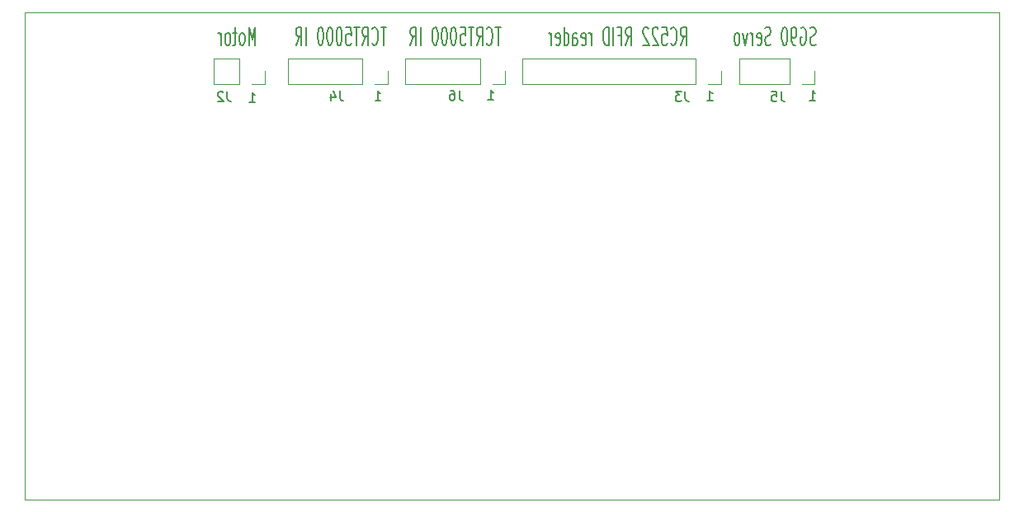
<source format=gbo>
%TF.GenerationSoftware,KiCad,Pcbnew,(5.1.2)-1*%
%TF.CreationDate,2019-07-30T19:12:15+02:00*%
%TF.ProjectId,F_rderband,46f67264-6572-4626-916e-642e6b696361,rev?*%
%TF.SameCoordinates,Original*%
%TF.FileFunction,Legend,Bot*%
%TF.FilePolarity,Positive*%
%FSLAX46Y46*%
G04 Gerber Fmt 4.6, Leading zero omitted, Abs format (unit mm)*
G04 Created by KiCad (PCBNEW (5.1.2)-1) date 2019-07-30 19:12:15*
%MOMM*%
%LPD*%
G04 APERTURE LIST*
%ADD10C,0.150000*%
%ADD11C,0.200000*%
%ADD12C,0.050000*%
%ADD13C,0.120000*%
G04 APERTURE END LIST*
D10*
X113064285Y-99182380D02*
X113635714Y-99182380D01*
X113350000Y-99182380D02*
X113350000Y-98182380D01*
X113445238Y-98325238D01*
X113540476Y-98420476D01*
X113635714Y-98468095D01*
X125954285Y-99022380D02*
X126525714Y-99022380D01*
X126240000Y-99022380D02*
X126240000Y-98022380D01*
X126335238Y-98165238D01*
X126430476Y-98260476D01*
X126525714Y-98308095D01*
X137534285Y-98952380D02*
X138105714Y-98952380D01*
X137820000Y-98952380D02*
X137820000Y-97952380D01*
X137915238Y-98095238D01*
X138010476Y-98190476D01*
X138105714Y-98238095D01*
X160024285Y-99022380D02*
X160595714Y-99022380D01*
X160310000Y-99022380D02*
X160310000Y-98022380D01*
X160405238Y-98165238D01*
X160500476Y-98260476D01*
X160595714Y-98308095D01*
X170554285Y-98992380D02*
X171125714Y-98992380D01*
X170840000Y-98992380D02*
X170840000Y-97992380D01*
X170935238Y-98135238D01*
X171030476Y-98230476D01*
X171125714Y-98278095D01*
D11*
X171166666Y-93228571D02*
X171023809Y-93314285D01*
X170785714Y-93314285D01*
X170690476Y-93228571D01*
X170642857Y-93142857D01*
X170595238Y-92971428D01*
X170595238Y-92800000D01*
X170642857Y-92628571D01*
X170690476Y-92542857D01*
X170785714Y-92457142D01*
X170976190Y-92371428D01*
X171071428Y-92285714D01*
X171119047Y-92200000D01*
X171166666Y-92028571D01*
X171166666Y-91857142D01*
X171119047Y-91685714D01*
X171071428Y-91600000D01*
X170976190Y-91514285D01*
X170738095Y-91514285D01*
X170595238Y-91600000D01*
X169642857Y-91600000D02*
X169738095Y-91514285D01*
X169880952Y-91514285D01*
X170023809Y-91600000D01*
X170119047Y-91771428D01*
X170166666Y-91942857D01*
X170214285Y-92285714D01*
X170214285Y-92542857D01*
X170166666Y-92885714D01*
X170119047Y-93057142D01*
X170023809Y-93228571D01*
X169880952Y-93314285D01*
X169785714Y-93314285D01*
X169642857Y-93228571D01*
X169595238Y-93142857D01*
X169595238Y-92542857D01*
X169785714Y-92542857D01*
X169119047Y-93314285D02*
X168928571Y-93314285D01*
X168833333Y-93228571D01*
X168785714Y-93142857D01*
X168690476Y-92885714D01*
X168642857Y-92542857D01*
X168642857Y-91857142D01*
X168690476Y-91685714D01*
X168738095Y-91600000D01*
X168833333Y-91514285D01*
X169023809Y-91514285D01*
X169119047Y-91600000D01*
X169166666Y-91685714D01*
X169214285Y-91857142D01*
X169214285Y-92285714D01*
X169166666Y-92457142D01*
X169119047Y-92542857D01*
X169023809Y-92628571D01*
X168833333Y-92628571D01*
X168738095Y-92542857D01*
X168690476Y-92457142D01*
X168642857Y-92285714D01*
X168023809Y-91514285D02*
X167928571Y-91514285D01*
X167833333Y-91600000D01*
X167785714Y-91685714D01*
X167738095Y-91857142D01*
X167690476Y-92200000D01*
X167690476Y-92628571D01*
X167738095Y-92971428D01*
X167785714Y-93142857D01*
X167833333Y-93228571D01*
X167928571Y-93314285D01*
X168023809Y-93314285D01*
X168119047Y-93228571D01*
X168166666Y-93142857D01*
X168214285Y-92971428D01*
X168261904Y-92628571D01*
X168261904Y-92200000D01*
X168214285Y-91857142D01*
X168166666Y-91685714D01*
X168119047Y-91600000D01*
X168023809Y-91514285D01*
X166547619Y-93228571D02*
X166404761Y-93314285D01*
X166166666Y-93314285D01*
X166071428Y-93228571D01*
X166023809Y-93142857D01*
X165976190Y-92971428D01*
X165976190Y-92800000D01*
X166023809Y-92628571D01*
X166071428Y-92542857D01*
X166166666Y-92457142D01*
X166357142Y-92371428D01*
X166452380Y-92285714D01*
X166500000Y-92200000D01*
X166547619Y-92028571D01*
X166547619Y-91857142D01*
X166500000Y-91685714D01*
X166452380Y-91600000D01*
X166357142Y-91514285D01*
X166119047Y-91514285D01*
X165976190Y-91600000D01*
X165166666Y-93228571D02*
X165261904Y-93314285D01*
X165452380Y-93314285D01*
X165547619Y-93228571D01*
X165595238Y-93057142D01*
X165595238Y-92371428D01*
X165547619Y-92200000D01*
X165452380Y-92114285D01*
X165261904Y-92114285D01*
X165166666Y-92200000D01*
X165119047Y-92371428D01*
X165119047Y-92542857D01*
X165595238Y-92714285D01*
X164690476Y-93314285D02*
X164690476Y-92114285D01*
X164690476Y-92457142D02*
X164642857Y-92285714D01*
X164595238Y-92200000D01*
X164500000Y-92114285D01*
X164404761Y-92114285D01*
X164166666Y-92114285D02*
X163928571Y-93314285D01*
X163690476Y-92114285D01*
X163166666Y-93314285D02*
X163261904Y-93228571D01*
X163309523Y-93142857D01*
X163357142Y-92971428D01*
X163357142Y-92457142D01*
X163309523Y-92285714D01*
X163261904Y-92200000D01*
X163166666Y-92114285D01*
X163023809Y-92114285D01*
X162928571Y-92200000D01*
X162880952Y-92285714D01*
X162833333Y-92457142D01*
X162833333Y-92971428D01*
X162880952Y-93142857D01*
X162928571Y-93228571D01*
X163023809Y-93314285D01*
X163166666Y-93314285D01*
X157308571Y-93314285D02*
X157641904Y-92457142D01*
X157880000Y-93314285D02*
X157880000Y-91514285D01*
X157499047Y-91514285D01*
X157403809Y-91600000D01*
X157356190Y-91685714D01*
X157308571Y-91857142D01*
X157308571Y-92114285D01*
X157356190Y-92285714D01*
X157403809Y-92371428D01*
X157499047Y-92457142D01*
X157880000Y-92457142D01*
X156308571Y-93142857D02*
X156356190Y-93228571D01*
X156499047Y-93314285D01*
X156594285Y-93314285D01*
X156737142Y-93228571D01*
X156832380Y-93057142D01*
X156880000Y-92885714D01*
X156927619Y-92542857D01*
X156927619Y-92285714D01*
X156880000Y-91942857D01*
X156832380Y-91771428D01*
X156737142Y-91600000D01*
X156594285Y-91514285D01*
X156499047Y-91514285D01*
X156356190Y-91600000D01*
X156308571Y-91685714D01*
X155403809Y-91514285D02*
X155880000Y-91514285D01*
X155927619Y-92371428D01*
X155880000Y-92285714D01*
X155784761Y-92200000D01*
X155546666Y-92200000D01*
X155451428Y-92285714D01*
X155403809Y-92371428D01*
X155356190Y-92542857D01*
X155356190Y-92971428D01*
X155403809Y-93142857D01*
X155451428Y-93228571D01*
X155546666Y-93314285D01*
X155784761Y-93314285D01*
X155880000Y-93228571D01*
X155927619Y-93142857D01*
X154975238Y-91685714D02*
X154927619Y-91600000D01*
X154832380Y-91514285D01*
X154594285Y-91514285D01*
X154499047Y-91600000D01*
X154451428Y-91685714D01*
X154403809Y-91857142D01*
X154403809Y-92028571D01*
X154451428Y-92285714D01*
X155022857Y-93314285D01*
X154403809Y-93314285D01*
X154022857Y-91685714D02*
X153975238Y-91600000D01*
X153880000Y-91514285D01*
X153641904Y-91514285D01*
X153546666Y-91600000D01*
X153499047Y-91685714D01*
X153451428Y-91857142D01*
X153451428Y-92028571D01*
X153499047Y-92285714D01*
X154070476Y-93314285D01*
X153451428Y-93314285D01*
X151689523Y-93314285D02*
X152022857Y-92457142D01*
X152260952Y-93314285D02*
X152260952Y-91514285D01*
X151880000Y-91514285D01*
X151784761Y-91600000D01*
X151737142Y-91685714D01*
X151689523Y-91857142D01*
X151689523Y-92114285D01*
X151737142Y-92285714D01*
X151784761Y-92371428D01*
X151880000Y-92457142D01*
X152260952Y-92457142D01*
X150927619Y-92371428D02*
X151260952Y-92371428D01*
X151260952Y-93314285D02*
X151260952Y-91514285D01*
X150784761Y-91514285D01*
X150403809Y-93314285D02*
X150403809Y-91514285D01*
X149927619Y-93314285D02*
X149927619Y-91514285D01*
X149689523Y-91514285D01*
X149546666Y-91600000D01*
X149451428Y-91771428D01*
X149403809Y-91942857D01*
X149356190Y-92285714D01*
X149356190Y-92542857D01*
X149403809Y-92885714D01*
X149451428Y-93057142D01*
X149546666Y-93228571D01*
X149689523Y-93314285D01*
X149927619Y-93314285D01*
X148165714Y-93314285D02*
X148165714Y-92114285D01*
X148165714Y-92457142D02*
X148118095Y-92285714D01*
X148070476Y-92200000D01*
X147975238Y-92114285D01*
X147880000Y-92114285D01*
X147165714Y-93228571D02*
X147260952Y-93314285D01*
X147451428Y-93314285D01*
X147546666Y-93228571D01*
X147594285Y-93057142D01*
X147594285Y-92371428D01*
X147546666Y-92200000D01*
X147451428Y-92114285D01*
X147260952Y-92114285D01*
X147165714Y-92200000D01*
X147118095Y-92371428D01*
X147118095Y-92542857D01*
X147594285Y-92714285D01*
X146260952Y-93314285D02*
X146260952Y-92371428D01*
X146308571Y-92200000D01*
X146403809Y-92114285D01*
X146594285Y-92114285D01*
X146689523Y-92200000D01*
X146260952Y-93228571D02*
X146356190Y-93314285D01*
X146594285Y-93314285D01*
X146689523Y-93228571D01*
X146737142Y-93057142D01*
X146737142Y-92885714D01*
X146689523Y-92714285D01*
X146594285Y-92628571D01*
X146356190Y-92628571D01*
X146260952Y-92542857D01*
X145356190Y-93314285D02*
X145356190Y-91514285D01*
X145356190Y-93228571D02*
X145451428Y-93314285D01*
X145641904Y-93314285D01*
X145737142Y-93228571D01*
X145784761Y-93142857D01*
X145832380Y-92971428D01*
X145832380Y-92457142D01*
X145784761Y-92285714D01*
X145737142Y-92200000D01*
X145641904Y-92114285D01*
X145451428Y-92114285D01*
X145356190Y-92200000D01*
X144499047Y-93228571D02*
X144594285Y-93314285D01*
X144784761Y-93314285D01*
X144880000Y-93228571D01*
X144927619Y-93057142D01*
X144927619Y-92371428D01*
X144880000Y-92200000D01*
X144784761Y-92114285D01*
X144594285Y-92114285D01*
X144499047Y-92200000D01*
X144451428Y-92371428D01*
X144451428Y-92542857D01*
X144927619Y-92714285D01*
X144022857Y-93314285D02*
X144022857Y-92114285D01*
X144022857Y-92457142D02*
X143975238Y-92285714D01*
X143927619Y-92200000D01*
X143832380Y-92114285D01*
X143737142Y-92114285D01*
X138870476Y-91514285D02*
X138299047Y-91514285D01*
X138584761Y-93314285D02*
X138584761Y-91514285D01*
X137394285Y-93142857D02*
X137441904Y-93228571D01*
X137584761Y-93314285D01*
X137680000Y-93314285D01*
X137822857Y-93228571D01*
X137918095Y-93057142D01*
X137965714Y-92885714D01*
X138013333Y-92542857D01*
X138013333Y-92285714D01*
X137965714Y-91942857D01*
X137918095Y-91771428D01*
X137822857Y-91600000D01*
X137680000Y-91514285D01*
X137584761Y-91514285D01*
X137441904Y-91600000D01*
X137394285Y-91685714D01*
X136394285Y-93314285D02*
X136727619Y-92457142D01*
X136965714Y-93314285D02*
X136965714Y-91514285D01*
X136584761Y-91514285D01*
X136489523Y-91600000D01*
X136441904Y-91685714D01*
X136394285Y-91857142D01*
X136394285Y-92114285D01*
X136441904Y-92285714D01*
X136489523Y-92371428D01*
X136584761Y-92457142D01*
X136965714Y-92457142D01*
X136108571Y-91514285D02*
X135537142Y-91514285D01*
X135822857Y-93314285D02*
X135822857Y-91514285D01*
X134727619Y-91514285D02*
X135203809Y-91514285D01*
X135251428Y-92371428D01*
X135203809Y-92285714D01*
X135108571Y-92200000D01*
X134870476Y-92200000D01*
X134775238Y-92285714D01*
X134727619Y-92371428D01*
X134680000Y-92542857D01*
X134680000Y-92971428D01*
X134727619Y-93142857D01*
X134775238Y-93228571D01*
X134870476Y-93314285D01*
X135108571Y-93314285D01*
X135203809Y-93228571D01*
X135251428Y-93142857D01*
X134060952Y-91514285D02*
X133965714Y-91514285D01*
X133870476Y-91600000D01*
X133822857Y-91685714D01*
X133775238Y-91857142D01*
X133727619Y-92200000D01*
X133727619Y-92628571D01*
X133775238Y-92971428D01*
X133822857Y-93142857D01*
X133870476Y-93228571D01*
X133965714Y-93314285D01*
X134060952Y-93314285D01*
X134156190Y-93228571D01*
X134203809Y-93142857D01*
X134251428Y-92971428D01*
X134299047Y-92628571D01*
X134299047Y-92200000D01*
X134251428Y-91857142D01*
X134203809Y-91685714D01*
X134156190Y-91600000D01*
X134060952Y-91514285D01*
X133108571Y-91514285D02*
X133013333Y-91514285D01*
X132918095Y-91600000D01*
X132870476Y-91685714D01*
X132822857Y-91857142D01*
X132775238Y-92200000D01*
X132775238Y-92628571D01*
X132822857Y-92971428D01*
X132870476Y-93142857D01*
X132918095Y-93228571D01*
X133013333Y-93314285D01*
X133108571Y-93314285D01*
X133203809Y-93228571D01*
X133251428Y-93142857D01*
X133299047Y-92971428D01*
X133346666Y-92628571D01*
X133346666Y-92200000D01*
X133299047Y-91857142D01*
X133251428Y-91685714D01*
X133203809Y-91600000D01*
X133108571Y-91514285D01*
X132156190Y-91514285D02*
X132060952Y-91514285D01*
X131965714Y-91600000D01*
X131918095Y-91685714D01*
X131870476Y-91857142D01*
X131822857Y-92200000D01*
X131822857Y-92628571D01*
X131870476Y-92971428D01*
X131918095Y-93142857D01*
X131965714Y-93228571D01*
X132060952Y-93314285D01*
X132156190Y-93314285D01*
X132251428Y-93228571D01*
X132299047Y-93142857D01*
X132346666Y-92971428D01*
X132394285Y-92628571D01*
X132394285Y-92200000D01*
X132346666Y-91857142D01*
X132299047Y-91685714D01*
X132251428Y-91600000D01*
X132156190Y-91514285D01*
X130632380Y-93314285D02*
X130632380Y-91514285D01*
X129584761Y-93314285D02*
X129918095Y-92457142D01*
X130156190Y-93314285D02*
X130156190Y-91514285D01*
X129775238Y-91514285D01*
X129680000Y-91600000D01*
X129632380Y-91685714D01*
X129584761Y-91857142D01*
X129584761Y-92114285D01*
X129632380Y-92285714D01*
X129680000Y-92371428D01*
X129775238Y-92457142D01*
X130156190Y-92457142D01*
X127130476Y-91514285D02*
X126559047Y-91514285D01*
X126844761Y-93314285D02*
X126844761Y-91514285D01*
X125654285Y-93142857D02*
X125701904Y-93228571D01*
X125844761Y-93314285D01*
X125940000Y-93314285D01*
X126082857Y-93228571D01*
X126178095Y-93057142D01*
X126225714Y-92885714D01*
X126273333Y-92542857D01*
X126273333Y-92285714D01*
X126225714Y-91942857D01*
X126178095Y-91771428D01*
X126082857Y-91600000D01*
X125940000Y-91514285D01*
X125844761Y-91514285D01*
X125701904Y-91600000D01*
X125654285Y-91685714D01*
X124654285Y-93314285D02*
X124987619Y-92457142D01*
X125225714Y-93314285D02*
X125225714Y-91514285D01*
X124844761Y-91514285D01*
X124749523Y-91600000D01*
X124701904Y-91685714D01*
X124654285Y-91857142D01*
X124654285Y-92114285D01*
X124701904Y-92285714D01*
X124749523Y-92371428D01*
X124844761Y-92457142D01*
X125225714Y-92457142D01*
X124368571Y-91514285D02*
X123797142Y-91514285D01*
X124082857Y-93314285D02*
X124082857Y-91514285D01*
X122987619Y-91514285D02*
X123463809Y-91514285D01*
X123511428Y-92371428D01*
X123463809Y-92285714D01*
X123368571Y-92200000D01*
X123130476Y-92200000D01*
X123035238Y-92285714D01*
X122987619Y-92371428D01*
X122940000Y-92542857D01*
X122940000Y-92971428D01*
X122987619Y-93142857D01*
X123035238Y-93228571D01*
X123130476Y-93314285D01*
X123368571Y-93314285D01*
X123463809Y-93228571D01*
X123511428Y-93142857D01*
X122320952Y-91514285D02*
X122225714Y-91514285D01*
X122130476Y-91600000D01*
X122082857Y-91685714D01*
X122035238Y-91857142D01*
X121987619Y-92200000D01*
X121987619Y-92628571D01*
X122035238Y-92971428D01*
X122082857Y-93142857D01*
X122130476Y-93228571D01*
X122225714Y-93314285D01*
X122320952Y-93314285D01*
X122416190Y-93228571D01*
X122463809Y-93142857D01*
X122511428Y-92971428D01*
X122559047Y-92628571D01*
X122559047Y-92200000D01*
X122511428Y-91857142D01*
X122463809Y-91685714D01*
X122416190Y-91600000D01*
X122320952Y-91514285D01*
X121368571Y-91514285D02*
X121273333Y-91514285D01*
X121178095Y-91600000D01*
X121130476Y-91685714D01*
X121082857Y-91857142D01*
X121035238Y-92200000D01*
X121035238Y-92628571D01*
X121082857Y-92971428D01*
X121130476Y-93142857D01*
X121178095Y-93228571D01*
X121273333Y-93314285D01*
X121368571Y-93314285D01*
X121463809Y-93228571D01*
X121511428Y-93142857D01*
X121559047Y-92971428D01*
X121606666Y-92628571D01*
X121606666Y-92200000D01*
X121559047Y-91857142D01*
X121511428Y-91685714D01*
X121463809Y-91600000D01*
X121368571Y-91514285D01*
X120416190Y-91514285D02*
X120320952Y-91514285D01*
X120225714Y-91600000D01*
X120178095Y-91685714D01*
X120130476Y-91857142D01*
X120082857Y-92200000D01*
X120082857Y-92628571D01*
X120130476Y-92971428D01*
X120178095Y-93142857D01*
X120225714Y-93228571D01*
X120320952Y-93314285D01*
X120416190Y-93314285D01*
X120511428Y-93228571D01*
X120559047Y-93142857D01*
X120606666Y-92971428D01*
X120654285Y-92628571D01*
X120654285Y-92200000D01*
X120606666Y-91857142D01*
X120559047Y-91685714D01*
X120511428Y-91600000D01*
X120416190Y-91514285D01*
X118892380Y-93314285D02*
X118892380Y-91514285D01*
X117844761Y-93314285D02*
X118178095Y-92457142D01*
X118416190Y-93314285D02*
X118416190Y-91514285D01*
X118035238Y-91514285D01*
X117940000Y-91600000D01*
X117892380Y-91685714D01*
X117844761Y-91857142D01*
X117844761Y-92114285D01*
X117892380Y-92285714D01*
X117940000Y-92371428D01*
X118035238Y-92457142D01*
X118416190Y-92457142D01*
X113673333Y-93314285D02*
X113673333Y-91514285D01*
X113340000Y-92800000D01*
X113006666Y-91514285D01*
X113006666Y-93314285D01*
X112387619Y-93314285D02*
X112482857Y-93228571D01*
X112530476Y-93142857D01*
X112578095Y-92971428D01*
X112578095Y-92457142D01*
X112530476Y-92285714D01*
X112482857Y-92200000D01*
X112387619Y-92114285D01*
X112244761Y-92114285D01*
X112149523Y-92200000D01*
X112101904Y-92285714D01*
X112054285Y-92457142D01*
X112054285Y-92971428D01*
X112101904Y-93142857D01*
X112149523Y-93228571D01*
X112244761Y-93314285D01*
X112387619Y-93314285D01*
X111768571Y-92114285D02*
X111387619Y-92114285D01*
X111625714Y-91514285D02*
X111625714Y-93057142D01*
X111578095Y-93228571D01*
X111482857Y-93314285D01*
X111387619Y-93314285D01*
X110911428Y-93314285D02*
X111006666Y-93228571D01*
X111054285Y-93142857D01*
X111101904Y-92971428D01*
X111101904Y-92457142D01*
X111054285Y-92285714D01*
X111006666Y-92200000D01*
X110911428Y-92114285D01*
X110768571Y-92114285D01*
X110673333Y-92200000D01*
X110625714Y-92285714D01*
X110578095Y-92457142D01*
X110578095Y-92971428D01*
X110625714Y-93142857D01*
X110673333Y-93228571D01*
X110768571Y-93314285D01*
X110911428Y-93314285D01*
X110149523Y-93314285D02*
X110149523Y-92114285D01*
X110149523Y-92457142D02*
X110101904Y-92285714D01*
X110054285Y-92200000D01*
X109959047Y-92114285D01*
X109863809Y-92114285D01*
D12*
X90000000Y-90000000D02*
X90000000Y-140000000D01*
X190000000Y-90000000D02*
X90000000Y-90000000D01*
X190000000Y-140000000D02*
X190000000Y-90000000D01*
X90000000Y-140000000D02*
X190000000Y-140000000D01*
D13*
X139320000Y-97330000D02*
X139320000Y-96000000D01*
X137990000Y-97330000D02*
X139320000Y-97330000D01*
X136720000Y-97330000D02*
X136720000Y-94670000D01*
X136720000Y-94670000D02*
X129040000Y-94670000D01*
X136720000Y-97330000D02*
X129040000Y-97330000D01*
X129040000Y-97330000D02*
X129040000Y-94670000D01*
X127270000Y-97330000D02*
X127270000Y-96000000D01*
X125940000Y-97330000D02*
X127270000Y-97330000D01*
X124670000Y-97330000D02*
X124670000Y-94670000D01*
X124670000Y-94670000D02*
X116990000Y-94670000D01*
X124670000Y-97330000D02*
X116990000Y-97330000D01*
X116990000Y-97330000D02*
X116990000Y-94670000D01*
X171060000Y-97330000D02*
X171060000Y-96000000D01*
X169730000Y-97330000D02*
X171060000Y-97330000D01*
X168460000Y-97330000D02*
X168460000Y-94670000D01*
X168460000Y-94670000D02*
X163320000Y-94670000D01*
X168460000Y-97330000D02*
X163320000Y-97330000D01*
X163320000Y-97330000D02*
X163320000Y-94670000D01*
X161470000Y-97330000D02*
X161470000Y-96000000D01*
X160140000Y-97330000D02*
X161470000Y-97330000D01*
X158870000Y-97330000D02*
X158870000Y-94670000D01*
X158870000Y-94670000D02*
X141030000Y-94670000D01*
X158870000Y-97330000D02*
X141030000Y-97330000D01*
X141030000Y-97330000D02*
X141030000Y-94670000D01*
X114620000Y-97330000D02*
X114620000Y-96000000D01*
X113290000Y-97330000D02*
X114620000Y-97330000D01*
X112020000Y-97330000D02*
X112020000Y-94670000D01*
X112020000Y-94670000D02*
X109420000Y-94670000D01*
X112020000Y-97330000D02*
X109420000Y-97330000D01*
X109420000Y-97330000D02*
X109420000Y-94670000D01*
D10*
X134593333Y-97992380D02*
X134593333Y-98706666D01*
X134640952Y-98849523D01*
X134736190Y-98944761D01*
X134879047Y-98992380D01*
X134974285Y-98992380D01*
X133688571Y-97992380D02*
X133879047Y-97992380D01*
X133974285Y-98040000D01*
X134021904Y-98087619D01*
X134117142Y-98230476D01*
X134164761Y-98420952D01*
X134164761Y-98801904D01*
X134117142Y-98897142D01*
X134069523Y-98944761D01*
X133974285Y-98992380D01*
X133783809Y-98992380D01*
X133688571Y-98944761D01*
X133640952Y-98897142D01*
X133593333Y-98801904D01*
X133593333Y-98563809D01*
X133640952Y-98468571D01*
X133688571Y-98420952D01*
X133783809Y-98373333D01*
X133974285Y-98373333D01*
X134069523Y-98420952D01*
X134117142Y-98468571D01*
X134164761Y-98563809D01*
X122353333Y-98052380D02*
X122353333Y-98766666D01*
X122400952Y-98909523D01*
X122496190Y-99004761D01*
X122639047Y-99052380D01*
X122734285Y-99052380D01*
X121448571Y-98385714D02*
X121448571Y-99052380D01*
X121686666Y-98004761D02*
X121924761Y-98719047D01*
X121305714Y-98719047D01*
X167613333Y-98092380D02*
X167613333Y-98806666D01*
X167660952Y-98949523D01*
X167756190Y-99044761D01*
X167899047Y-99092380D01*
X167994285Y-99092380D01*
X166660952Y-98092380D02*
X167137142Y-98092380D01*
X167184761Y-98568571D01*
X167137142Y-98520952D01*
X167041904Y-98473333D01*
X166803809Y-98473333D01*
X166708571Y-98520952D01*
X166660952Y-98568571D01*
X166613333Y-98663809D01*
X166613333Y-98901904D01*
X166660952Y-98997142D01*
X166708571Y-99044761D01*
X166803809Y-99092380D01*
X167041904Y-99092380D01*
X167137142Y-99044761D01*
X167184761Y-98997142D01*
X157783333Y-98092380D02*
X157783333Y-98806666D01*
X157830952Y-98949523D01*
X157926190Y-99044761D01*
X158069047Y-99092380D01*
X158164285Y-99092380D01*
X157402380Y-98092380D02*
X156783333Y-98092380D01*
X157116666Y-98473333D01*
X156973809Y-98473333D01*
X156878571Y-98520952D01*
X156830952Y-98568571D01*
X156783333Y-98663809D01*
X156783333Y-98901904D01*
X156830952Y-98997142D01*
X156878571Y-99044761D01*
X156973809Y-99092380D01*
X157259523Y-99092380D01*
X157354761Y-99044761D01*
X157402380Y-98997142D01*
X110793333Y-98092380D02*
X110793333Y-98806666D01*
X110840952Y-98949523D01*
X110936190Y-99044761D01*
X111079047Y-99092380D01*
X111174285Y-99092380D01*
X110364761Y-98187619D02*
X110317142Y-98140000D01*
X110221904Y-98092380D01*
X109983809Y-98092380D01*
X109888571Y-98140000D01*
X109840952Y-98187619D01*
X109793333Y-98282857D01*
X109793333Y-98378095D01*
X109840952Y-98520952D01*
X110412380Y-99092380D01*
X109793333Y-99092380D01*
M02*

</source>
